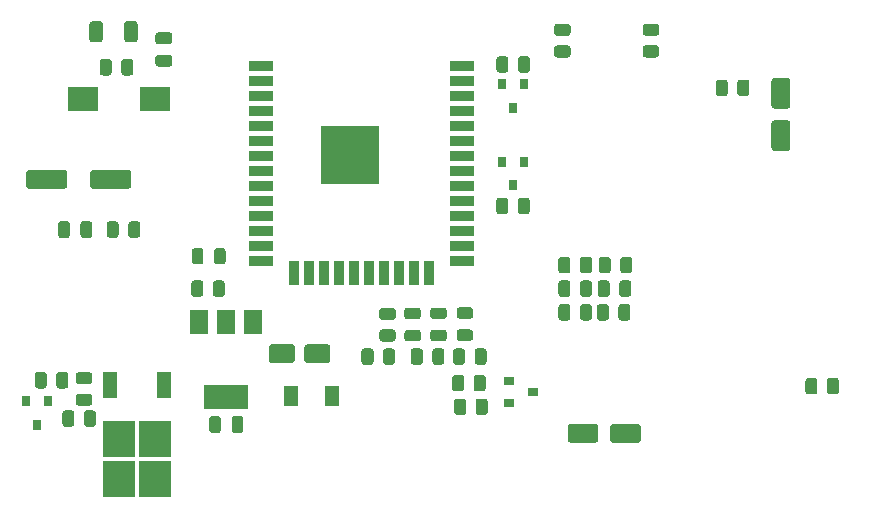
<source format=gbr>
%TF.GenerationSoftware,KiCad,Pcbnew,5.1.8-db9833491~87~ubuntu18.04.1*%
%TF.CreationDate,2020-11-20T12:07:17+01:00*%
%TF.ProjectId,esp32_gateway,65737033-325f-4676-9174-657761792e6b,rev?*%
%TF.SameCoordinates,Original*%
%TF.FileFunction,Paste,Top*%
%TF.FilePolarity,Positive*%
%FSLAX46Y46*%
G04 Gerber Fmt 4.6, Leading zero omitted, Abs format (unit mm)*
G04 Created by KiCad (PCBNEW 5.1.8-db9833491~87~ubuntu18.04.1) date 2020-11-20 12:07:17*
%MOMM*%
%LPD*%
G01*
G04 APERTURE LIST*
%ADD10R,2.750000X3.050000*%
%ADD11R,1.200000X2.200000*%
%ADD12R,0.800000X0.900000*%
%ADD13R,2.000000X0.900000*%
%ADD14R,0.900000X2.000000*%
%ADD15R,5.000000X5.000000*%
%ADD16R,1.500000X2.000000*%
%ADD17R,3.800000X2.000000*%
%ADD18R,2.500000X2.000000*%
%ADD19R,0.900000X0.800000*%
%ADD20R,1.300000X1.700000*%
G04 APERTURE END LIST*
%TO.C,C8*%
G36*
G01*
X84900000Y-73400001D02*
X84900000Y-72099999D01*
G75*
G02*
X85149999Y-71850000I249999J0D01*
G01*
X85800001Y-71850000D01*
G75*
G02*
X86050000Y-72099999I0J-249999D01*
G01*
X86050000Y-73400001D01*
G75*
G02*
X85800001Y-73650000I-249999J0D01*
G01*
X85149999Y-73650000D01*
G75*
G02*
X84900000Y-73400001I0J249999D01*
G01*
G37*
G36*
G01*
X81950000Y-73400001D02*
X81950000Y-72099999D01*
G75*
G02*
X82199999Y-71850000I249999J0D01*
G01*
X82850001Y-71850000D01*
G75*
G02*
X83100000Y-72099999I0J-249999D01*
G01*
X83100000Y-73400001D01*
G75*
G02*
X82850001Y-73650000I-249999J0D01*
G01*
X82199999Y-73650000D01*
G75*
G02*
X81950000Y-73400001I0J249999D01*
G01*
G37*
%TD*%
%TO.C,R24*%
G36*
G01*
X78350000Y-101799998D02*
X78350000Y-102700002D01*
G75*
G02*
X78100002Y-102950000I-249998J0D01*
G01*
X77574998Y-102950000D01*
G75*
G02*
X77325000Y-102700002I0J249998D01*
G01*
X77325000Y-101799998D01*
G75*
G02*
X77574998Y-101550000I249998J0D01*
G01*
X78100002Y-101550000D01*
G75*
G02*
X78350000Y-101799998I0J-249998D01*
G01*
G37*
G36*
G01*
X80175000Y-101799998D02*
X80175000Y-102700002D01*
G75*
G02*
X79925002Y-102950000I-249998J0D01*
G01*
X79399998Y-102950000D01*
G75*
G02*
X79150000Y-102700002I0J249998D01*
G01*
X79150000Y-101799998D01*
G75*
G02*
X79399998Y-101550000I249998J0D01*
G01*
X79925002Y-101550000D01*
G75*
G02*
X80175000Y-101799998I0J-249998D01*
G01*
G37*
%TD*%
%TO.C,C2*%
G36*
G01*
X82000000Y-85800000D02*
X82000000Y-84700000D01*
G75*
G02*
X82250000Y-84450000I250000J0D01*
G01*
X85250000Y-84450000D01*
G75*
G02*
X85500000Y-84700000I0J-250000D01*
G01*
X85500000Y-85800000D01*
G75*
G02*
X85250000Y-86050000I-250000J0D01*
G01*
X82250000Y-86050000D01*
G75*
G02*
X82000000Y-85800000I0J250000D01*
G01*
G37*
G36*
G01*
X76600000Y-85800000D02*
X76600000Y-84700000D01*
G75*
G02*
X76850000Y-84450000I250000J0D01*
G01*
X79850000Y-84450000D01*
G75*
G02*
X80100000Y-84700000I0J-250000D01*
G01*
X80100000Y-85800000D01*
G75*
G02*
X79850000Y-86050000I-250000J0D01*
G01*
X76850000Y-86050000D01*
G75*
G02*
X76600000Y-85800000I0J250000D01*
G01*
G37*
%TD*%
%TO.C,R23*%
G36*
G01*
X81487500Y-105950002D02*
X81487500Y-105049998D01*
G75*
G02*
X81737498Y-104800000I249998J0D01*
G01*
X82262502Y-104800000D01*
G75*
G02*
X82512500Y-105049998I0J-249998D01*
G01*
X82512500Y-105950002D01*
G75*
G02*
X82262502Y-106200000I-249998J0D01*
G01*
X81737498Y-106200000D01*
G75*
G02*
X81487500Y-105950002I0J249998D01*
G01*
G37*
G36*
G01*
X79662500Y-105950002D02*
X79662500Y-105049998D01*
G75*
G02*
X79912498Y-104800000I249998J0D01*
G01*
X80437502Y-104800000D01*
G75*
G02*
X80687500Y-105049998I0J-249998D01*
G01*
X80687500Y-105950002D01*
G75*
G02*
X80437502Y-106200000I-249998J0D01*
G01*
X79912498Y-106200000D01*
G75*
G02*
X79662500Y-105950002I0J249998D01*
G01*
G37*
%TD*%
%TO.C,C7*%
G36*
G01*
X88725000Y-73800000D02*
X87775000Y-73800000D01*
G75*
G02*
X87525000Y-73550000I0J250000D01*
G01*
X87525000Y-73050000D01*
G75*
G02*
X87775000Y-72800000I250000J0D01*
G01*
X88725000Y-72800000D01*
G75*
G02*
X88975000Y-73050000I0J-250000D01*
G01*
X88975000Y-73550000D01*
G75*
G02*
X88725000Y-73800000I-250000J0D01*
G01*
G37*
G36*
G01*
X88725000Y-75700000D02*
X87775000Y-75700000D01*
G75*
G02*
X87525000Y-75450000I0J250000D01*
G01*
X87525000Y-74950000D01*
G75*
G02*
X87775000Y-74700000I250000J0D01*
G01*
X88725000Y-74700000D01*
G75*
G02*
X88975000Y-74950000I0J-250000D01*
G01*
X88975000Y-75450000D01*
G75*
G02*
X88725000Y-75700000I-250000J0D01*
G01*
G37*
%TD*%
%TO.C,R22*%
G36*
G01*
X85237500Y-89950002D02*
X85237500Y-89049998D01*
G75*
G02*
X85487498Y-88800000I249998J0D01*
G01*
X86012502Y-88800000D01*
G75*
G02*
X86262500Y-89049998I0J-249998D01*
G01*
X86262500Y-89950002D01*
G75*
G02*
X86012502Y-90200000I-249998J0D01*
G01*
X85487498Y-90200000D01*
G75*
G02*
X85237500Y-89950002I0J249998D01*
G01*
G37*
G36*
G01*
X83412500Y-89950002D02*
X83412500Y-89049998D01*
G75*
G02*
X83662498Y-88800000I249998J0D01*
G01*
X84187502Y-88800000D01*
G75*
G02*
X84437500Y-89049998I0J-249998D01*
G01*
X84437500Y-89950002D01*
G75*
G02*
X84187502Y-90200000I-249998J0D01*
G01*
X83662498Y-90200000D01*
G75*
G02*
X83412500Y-89950002I0J249998D01*
G01*
G37*
%TD*%
D10*
%TO.C,Q1*%
X84475000Y-107250000D03*
X87525000Y-110600000D03*
X87525000Y-107250000D03*
X84475000Y-110600000D03*
D11*
X83720000Y-102625000D03*
X88280000Y-102625000D03*
%TD*%
D12*
%TO.C,Q5*%
X117815360Y-85750000D03*
X116865360Y-83750000D03*
X118765360Y-83750000D03*
%TD*%
%TO.C,Q4*%
X117815360Y-79201520D03*
X116865360Y-77201520D03*
X118765360Y-77201520D03*
%TD*%
D13*
%TO.C,U2*%
X113500000Y-75670000D03*
X113500000Y-76940000D03*
X113500000Y-78210000D03*
X113500000Y-79480000D03*
X113500000Y-80750000D03*
X113500000Y-82020000D03*
X113500000Y-83290000D03*
X113500000Y-84560000D03*
X113500000Y-85830000D03*
X113500000Y-87100000D03*
X113500000Y-88370000D03*
X113500000Y-89640000D03*
X113500000Y-90910000D03*
X113500000Y-92180000D03*
D14*
X110715000Y-93180000D03*
X109445000Y-93180000D03*
X108175000Y-93180000D03*
X106905000Y-93180000D03*
X105635000Y-93180000D03*
X104365000Y-93180000D03*
X103095000Y-93180000D03*
X101825000Y-93180000D03*
X100555000Y-93180000D03*
X99285000Y-93180000D03*
D13*
X96500000Y-92180000D03*
X96500000Y-90910000D03*
X96500000Y-89640000D03*
X96500000Y-88370000D03*
X96500000Y-87100000D03*
X96500000Y-85830000D03*
X96500000Y-84560000D03*
X96500000Y-83290000D03*
X96500000Y-82020000D03*
X96500000Y-80750000D03*
X96500000Y-79480000D03*
X96500000Y-78210000D03*
X96500000Y-76940000D03*
X96500000Y-75670000D03*
D15*
X104000000Y-83170000D03*
%TD*%
D16*
%TO.C,U1*%
X95800000Y-97350000D03*
X91200000Y-97350000D03*
X93500000Y-97350000D03*
D17*
X93500000Y-103650000D03*
%TD*%
D18*
%TO.C,SW1*%
X81388080Y-78399640D03*
X87548080Y-78399640D03*
%TD*%
%TO.C,R21*%
G36*
G01*
X129049998Y-73900000D02*
X129950002Y-73900000D01*
G75*
G02*
X130200000Y-74149998I0J-249998D01*
G01*
X130200000Y-74675002D01*
G75*
G02*
X129950002Y-74925000I-249998J0D01*
G01*
X129049998Y-74925000D01*
G75*
G02*
X128800000Y-74675002I0J249998D01*
G01*
X128800000Y-74149998D01*
G75*
G02*
X129049998Y-73900000I249998J0D01*
G01*
G37*
G36*
G01*
X129049998Y-72075000D02*
X129950002Y-72075000D01*
G75*
G02*
X130200000Y-72324998I0J-249998D01*
G01*
X130200000Y-72850002D01*
G75*
G02*
X129950002Y-73100000I-249998J0D01*
G01*
X129049998Y-73100000D01*
G75*
G02*
X128800000Y-72850002I0J249998D01*
G01*
X128800000Y-72324998D01*
G75*
G02*
X129049998Y-72075000I249998J0D01*
G01*
G37*
%TD*%
%TO.C,R20*%
G36*
G01*
X121549998Y-73900000D02*
X122450002Y-73900000D01*
G75*
G02*
X122700000Y-74149998I0J-249998D01*
G01*
X122700000Y-74675002D01*
G75*
G02*
X122450002Y-74925000I-249998J0D01*
G01*
X121549998Y-74925000D01*
G75*
G02*
X121300000Y-74675002I0J249998D01*
G01*
X121300000Y-74149998D01*
G75*
G02*
X121549998Y-73900000I249998J0D01*
G01*
G37*
G36*
G01*
X121549998Y-72075000D02*
X122450002Y-72075000D01*
G75*
G02*
X122700000Y-72324998I0J-249998D01*
G01*
X122700000Y-72850002D01*
G75*
G02*
X122450002Y-73100000I-249998J0D01*
G01*
X121549998Y-73100000D01*
G75*
G02*
X121300000Y-72850002I0J249998D01*
G01*
X121300000Y-72324998D01*
G75*
G02*
X121549998Y-72075000I249998J0D01*
G01*
G37*
%TD*%
%TO.C,R19*%
G36*
G01*
X117418540Y-87049998D02*
X117418540Y-87950002D01*
G75*
G02*
X117168542Y-88200000I-249998J0D01*
G01*
X116643538Y-88200000D01*
G75*
G02*
X116393540Y-87950002I0J249998D01*
G01*
X116393540Y-87049998D01*
G75*
G02*
X116643538Y-86800000I249998J0D01*
G01*
X117168542Y-86800000D01*
G75*
G02*
X117418540Y-87049998I0J-249998D01*
G01*
G37*
G36*
G01*
X119243540Y-87049998D02*
X119243540Y-87950002D01*
G75*
G02*
X118993542Y-88200000I-249998J0D01*
G01*
X118468538Y-88200000D01*
G75*
G02*
X118218540Y-87950002I0J249998D01*
G01*
X118218540Y-87049998D01*
G75*
G02*
X118468538Y-86800000I249998J0D01*
G01*
X118993542Y-86800000D01*
G75*
G02*
X119243540Y-87049998I0J-249998D01*
G01*
G37*
%TD*%
%TO.C,R18*%
G36*
G01*
X143600000Y-102299998D02*
X143600000Y-103200002D01*
G75*
G02*
X143350002Y-103450000I-249998J0D01*
G01*
X142824998Y-103450000D01*
G75*
G02*
X142575000Y-103200002I0J249998D01*
G01*
X142575000Y-102299998D01*
G75*
G02*
X142824998Y-102050000I249998J0D01*
G01*
X143350002Y-102050000D01*
G75*
G02*
X143600000Y-102299998I0J-249998D01*
G01*
G37*
G36*
G01*
X145425000Y-102299998D02*
X145425000Y-103200002D01*
G75*
G02*
X145175002Y-103450000I-249998J0D01*
G01*
X144649998Y-103450000D01*
G75*
G02*
X144400000Y-103200002I0J249998D01*
G01*
X144400000Y-102299998D01*
G75*
G02*
X144649998Y-102050000I249998J0D01*
G01*
X145175002Y-102050000D01*
G75*
G02*
X145425000Y-102299998I0J-249998D01*
G01*
G37*
%TD*%
%TO.C,R17*%
G36*
G01*
X117432500Y-75064198D02*
X117432500Y-75964202D01*
G75*
G02*
X117182502Y-76214200I-249998J0D01*
G01*
X116657498Y-76214200D01*
G75*
G02*
X116407500Y-75964202I0J249998D01*
G01*
X116407500Y-75064198D01*
G75*
G02*
X116657498Y-74814200I249998J0D01*
G01*
X117182502Y-74814200D01*
G75*
G02*
X117432500Y-75064198I0J-249998D01*
G01*
G37*
G36*
G01*
X119257500Y-75064198D02*
X119257500Y-75964202D01*
G75*
G02*
X119007502Y-76214200I-249998J0D01*
G01*
X118482498Y-76214200D01*
G75*
G02*
X118232500Y-75964202I0J249998D01*
G01*
X118232500Y-75064198D01*
G75*
G02*
X118482498Y-74814200I249998J0D01*
G01*
X119007502Y-74814200D01*
G75*
G02*
X119257500Y-75064198I0J-249998D01*
G01*
G37*
%TD*%
%TO.C,R16*%
G36*
G01*
X114562500Y-100700002D02*
X114562500Y-99799998D01*
G75*
G02*
X114812498Y-99550000I249998J0D01*
G01*
X115337502Y-99550000D01*
G75*
G02*
X115587500Y-99799998I0J-249998D01*
G01*
X115587500Y-100700002D01*
G75*
G02*
X115337502Y-100950000I-249998J0D01*
G01*
X114812498Y-100950000D01*
G75*
G02*
X114562500Y-100700002I0J249998D01*
G01*
G37*
G36*
G01*
X112737500Y-100700002D02*
X112737500Y-99799998D01*
G75*
G02*
X112987498Y-99550000I249998J0D01*
G01*
X113512502Y-99550000D01*
G75*
G02*
X113762500Y-99799998I0J-249998D01*
G01*
X113762500Y-100700002D01*
G75*
G02*
X113512502Y-100950000I-249998J0D01*
G01*
X112987498Y-100950000D01*
G75*
G02*
X112737500Y-100700002I0J249998D01*
G01*
G37*
%TD*%
%TO.C,R15*%
G36*
G01*
X110187500Y-99799998D02*
X110187500Y-100700002D01*
G75*
G02*
X109937502Y-100950000I-249998J0D01*
G01*
X109412498Y-100950000D01*
G75*
G02*
X109162500Y-100700002I0J249998D01*
G01*
X109162500Y-99799998D01*
G75*
G02*
X109412498Y-99550000I249998J0D01*
G01*
X109937502Y-99550000D01*
G75*
G02*
X110187500Y-99799998I0J-249998D01*
G01*
G37*
G36*
G01*
X112012500Y-99799998D02*
X112012500Y-100700002D01*
G75*
G02*
X111762502Y-100950000I-249998J0D01*
G01*
X111237498Y-100950000D01*
G75*
G02*
X110987500Y-100700002I0J249998D01*
G01*
X110987500Y-99799998D01*
G75*
G02*
X111237498Y-99550000I249998J0D01*
G01*
X111762502Y-99550000D01*
G75*
G02*
X112012500Y-99799998I0J-249998D01*
G01*
G37*
%TD*%
%TO.C,R14*%
G36*
G01*
X107643082Y-97148060D02*
X106743078Y-97148060D01*
G75*
G02*
X106493080Y-96898062I0J249998D01*
G01*
X106493080Y-96373058D01*
G75*
G02*
X106743078Y-96123060I249998J0D01*
G01*
X107643082Y-96123060D01*
G75*
G02*
X107893080Y-96373058I0J-249998D01*
G01*
X107893080Y-96898062D01*
G75*
G02*
X107643082Y-97148060I-249998J0D01*
G01*
G37*
G36*
G01*
X107643082Y-98973060D02*
X106743078Y-98973060D01*
G75*
G02*
X106493080Y-98723062I0J249998D01*
G01*
X106493080Y-98198058D01*
G75*
G02*
X106743078Y-97948060I249998J0D01*
G01*
X107643082Y-97948060D01*
G75*
G02*
X107893080Y-98198058I0J-249998D01*
G01*
X107893080Y-98723062D01*
G75*
G02*
X107643082Y-98973060I-249998J0D01*
G01*
G37*
%TD*%
%TO.C,R13*%
G36*
G01*
X84650000Y-76200002D02*
X84650000Y-75299998D01*
G75*
G02*
X84899998Y-75050000I249998J0D01*
G01*
X85425002Y-75050000D01*
G75*
G02*
X85675000Y-75299998I0J-249998D01*
G01*
X85675000Y-76200002D01*
G75*
G02*
X85425002Y-76450000I-249998J0D01*
G01*
X84899998Y-76450000D01*
G75*
G02*
X84650000Y-76200002I0J249998D01*
G01*
G37*
G36*
G01*
X82825000Y-76200002D02*
X82825000Y-75299998D01*
G75*
G02*
X83074998Y-75050000I249998J0D01*
G01*
X83600002Y-75050000D01*
G75*
G02*
X83850000Y-75299998I0J-249998D01*
G01*
X83850000Y-76200002D01*
G75*
G02*
X83600002Y-76450000I-249998J0D01*
G01*
X83074998Y-76450000D01*
G75*
G02*
X82825000Y-76200002I0J249998D01*
G01*
G37*
%TD*%
%TO.C,R12*%
G36*
G01*
X122687500Y-94049998D02*
X122687500Y-94950002D01*
G75*
G02*
X122437502Y-95200000I-249998J0D01*
G01*
X121912498Y-95200000D01*
G75*
G02*
X121662500Y-94950002I0J249998D01*
G01*
X121662500Y-94049998D01*
G75*
G02*
X121912498Y-93800000I249998J0D01*
G01*
X122437502Y-93800000D01*
G75*
G02*
X122687500Y-94049998I0J-249998D01*
G01*
G37*
G36*
G01*
X124512500Y-94049998D02*
X124512500Y-94950002D01*
G75*
G02*
X124262502Y-95200000I-249998J0D01*
G01*
X123737498Y-95200000D01*
G75*
G02*
X123487500Y-94950002I0J249998D01*
G01*
X123487500Y-94049998D01*
G75*
G02*
X123737498Y-93800000I249998J0D01*
G01*
X124262502Y-93800000D01*
G75*
G02*
X124512500Y-94049998I0J-249998D01*
G01*
G37*
%TD*%
%TO.C,R11*%
G36*
G01*
X122687500Y-96049998D02*
X122687500Y-96950002D01*
G75*
G02*
X122437502Y-97200000I-249998J0D01*
G01*
X121912498Y-97200000D01*
G75*
G02*
X121662500Y-96950002I0J249998D01*
G01*
X121662500Y-96049998D01*
G75*
G02*
X121912498Y-95800000I249998J0D01*
G01*
X122437502Y-95800000D01*
G75*
G02*
X122687500Y-96049998I0J-249998D01*
G01*
G37*
G36*
G01*
X124512500Y-96049998D02*
X124512500Y-96950002D01*
G75*
G02*
X124262502Y-97200000I-249998J0D01*
G01*
X123737498Y-97200000D01*
G75*
G02*
X123487500Y-96950002I0J249998D01*
G01*
X123487500Y-96049998D01*
G75*
G02*
X123737498Y-95800000I249998J0D01*
G01*
X124262502Y-95800000D01*
G75*
G02*
X124512500Y-96049998I0J-249998D01*
G01*
G37*
%TD*%
%TO.C,R10*%
G36*
G01*
X126900000Y-92950002D02*
X126900000Y-92049998D01*
G75*
G02*
X127149998Y-91800000I249998J0D01*
G01*
X127675002Y-91800000D01*
G75*
G02*
X127925000Y-92049998I0J-249998D01*
G01*
X127925000Y-92950002D01*
G75*
G02*
X127675002Y-93200000I-249998J0D01*
G01*
X127149998Y-93200000D01*
G75*
G02*
X126900000Y-92950002I0J249998D01*
G01*
G37*
G36*
G01*
X125075000Y-92950002D02*
X125075000Y-92049998D01*
G75*
G02*
X125324998Y-91800000I249998J0D01*
G01*
X125850002Y-91800000D01*
G75*
G02*
X126100000Y-92049998I0J-249998D01*
G01*
X126100000Y-92950002D01*
G75*
G02*
X125850002Y-93200000I-249998J0D01*
G01*
X125324998Y-93200000D01*
G75*
G02*
X125075000Y-92950002I0J249998D01*
G01*
G37*
%TD*%
%TO.C,R9*%
G36*
G01*
X114487500Y-102950002D02*
X114487500Y-102049998D01*
G75*
G02*
X114737498Y-101800000I249998J0D01*
G01*
X115262502Y-101800000D01*
G75*
G02*
X115512500Y-102049998I0J-249998D01*
G01*
X115512500Y-102950002D01*
G75*
G02*
X115262502Y-103200000I-249998J0D01*
G01*
X114737498Y-103200000D01*
G75*
G02*
X114487500Y-102950002I0J249998D01*
G01*
G37*
G36*
G01*
X112662500Y-102950002D02*
X112662500Y-102049998D01*
G75*
G02*
X112912498Y-101800000I249998J0D01*
G01*
X113437502Y-101800000D01*
G75*
G02*
X113687500Y-102049998I0J-249998D01*
G01*
X113687500Y-102950002D01*
G75*
G02*
X113437502Y-103200000I-249998J0D01*
G01*
X112912498Y-103200000D01*
G75*
G02*
X112662500Y-102950002I0J249998D01*
G01*
G37*
%TD*%
%TO.C,R8*%
G36*
G01*
X106812500Y-100700002D02*
X106812500Y-99799998D01*
G75*
G02*
X107062498Y-99550000I249998J0D01*
G01*
X107587502Y-99550000D01*
G75*
G02*
X107837500Y-99799998I0J-249998D01*
G01*
X107837500Y-100700002D01*
G75*
G02*
X107587502Y-100950000I-249998J0D01*
G01*
X107062498Y-100950000D01*
G75*
G02*
X106812500Y-100700002I0J249998D01*
G01*
G37*
G36*
G01*
X104987500Y-100700002D02*
X104987500Y-99799998D01*
G75*
G02*
X105237498Y-99550000I249998J0D01*
G01*
X105762502Y-99550000D01*
G75*
G02*
X106012500Y-99799998I0J-249998D01*
G01*
X106012500Y-100700002D01*
G75*
G02*
X105762502Y-100950000I-249998J0D01*
G01*
X105237498Y-100950000D01*
G75*
G02*
X104987500Y-100700002I0J249998D01*
G01*
G37*
%TD*%
%TO.C,R7*%
G36*
G01*
X113850000Y-104049998D02*
X113850000Y-104950002D01*
G75*
G02*
X113600002Y-105200000I-249998J0D01*
G01*
X113074998Y-105200000D01*
G75*
G02*
X112825000Y-104950002I0J249998D01*
G01*
X112825000Y-104049998D01*
G75*
G02*
X113074998Y-103800000I249998J0D01*
G01*
X113600002Y-103800000D01*
G75*
G02*
X113850000Y-104049998I0J-249998D01*
G01*
G37*
G36*
G01*
X115675000Y-104049998D02*
X115675000Y-104950002D01*
G75*
G02*
X115425002Y-105200000I-249998J0D01*
G01*
X114899998Y-105200000D01*
G75*
G02*
X114650000Y-104950002I0J249998D01*
G01*
X114650000Y-104049998D01*
G75*
G02*
X114899998Y-103800000I249998J0D01*
G01*
X115425002Y-103800000D01*
G75*
G02*
X115675000Y-104049998I0J-249998D01*
G01*
G37*
%TD*%
%TO.C,R6*%
G36*
G01*
X136812500Y-77950002D02*
X136812500Y-77049998D01*
G75*
G02*
X137062498Y-76800000I249998J0D01*
G01*
X137587502Y-76800000D01*
G75*
G02*
X137837500Y-77049998I0J-249998D01*
G01*
X137837500Y-77950002D01*
G75*
G02*
X137587502Y-78200000I-249998J0D01*
G01*
X137062498Y-78200000D01*
G75*
G02*
X136812500Y-77950002I0J249998D01*
G01*
G37*
G36*
G01*
X134987500Y-77950002D02*
X134987500Y-77049998D01*
G75*
G02*
X135237498Y-76800000I249998J0D01*
G01*
X135762502Y-76800000D01*
G75*
G02*
X136012500Y-77049998I0J-249998D01*
G01*
X136012500Y-77950002D01*
G75*
G02*
X135762502Y-78200000I-249998J0D01*
G01*
X135237498Y-78200000D01*
G75*
G02*
X134987500Y-77950002I0J249998D01*
G01*
G37*
%TD*%
%TO.C,R5*%
G36*
G01*
X91600000Y-94049998D02*
X91600000Y-94950002D01*
G75*
G02*
X91350002Y-95200000I-249998J0D01*
G01*
X90824998Y-95200000D01*
G75*
G02*
X90575000Y-94950002I0J249998D01*
G01*
X90575000Y-94049998D01*
G75*
G02*
X90824998Y-93800000I249998J0D01*
G01*
X91350002Y-93800000D01*
G75*
G02*
X91600000Y-94049998I0J-249998D01*
G01*
G37*
G36*
G01*
X93425000Y-94049998D02*
X93425000Y-94950002D01*
G75*
G02*
X93175002Y-95200000I-249998J0D01*
G01*
X92649998Y-95200000D01*
G75*
G02*
X92400000Y-94950002I0J249998D01*
G01*
X92400000Y-94049998D01*
G75*
G02*
X92649998Y-93800000I249998J0D01*
G01*
X93175002Y-93800000D01*
G75*
G02*
X93425000Y-94049998I0J-249998D01*
G01*
G37*
%TD*%
%TO.C,R4*%
G36*
G01*
X123487500Y-92950002D02*
X123487500Y-92049998D01*
G75*
G02*
X123737498Y-91800000I249998J0D01*
G01*
X124262502Y-91800000D01*
G75*
G02*
X124512500Y-92049998I0J-249998D01*
G01*
X124512500Y-92950002D01*
G75*
G02*
X124262502Y-93200000I-249998J0D01*
G01*
X123737498Y-93200000D01*
G75*
G02*
X123487500Y-92950002I0J249998D01*
G01*
G37*
G36*
G01*
X121662500Y-92950002D02*
X121662500Y-92049998D01*
G75*
G02*
X121912498Y-91800000I249998J0D01*
G01*
X122437502Y-91800000D01*
G75*
G02*
X122687500Y-92049998I0J-249998D01*
G01*
X122687500Y-92950002D01*
G75*
G02*
X122437502Y-93200000I-249998J0D01*
G01*
X121912498Y-93200000D01*
G75*
G02*
X121662500Y-92950002I0J249998D01*
G01*
G37*
%TD*%
%TO.C,R3*%
G36*
G01*
X126012500Y-94049998D02*
X126012500Y-94950002D01*
G75*
G02*
X125762502Y-95200000I-249998J0D01*
G01*
X125237498Y-95200000D01*
G75*
G02*
X124987500Y-94950002I0J249998D01*
G01*
X124987500Y-94049998D01*
G75*
G02*
X125237498Y-93800000I249998J0D01*
G01*
X125762502Y-93800000D01*
G75*
G02*
X126012500Y-94049998I0J-249998D01*
G01*
G37*
G36*
G01*
X127837500Y-94049998D02*
X127837500Y-94950002D01*
G75*
G02*
X127587502Y-95200000I-249998J0D01*
G01*
X127062498Y-95200000D01*
G75*
G02*
X126812500Y-94950002I0J249998D01*
G01*
X126812500Y-94049998D01*
G75*
G02*
X127062498Y-93800000I249998J0D01*
G01*
X127587502Y-93800000D01*
G75*
G02*
X127837500Y-94049998I0J-249998D01*
G01*
G37*
%TD*%
%TO.C,R2*%
G36*
G01*
X125937500Y-96049998D02*
X125937500Y-96950002D01*
G75*
G02*
X125687502Y-97200000I-249998J0D01*
G01*
X125162498Y-97200000D01*
G75*
G02*
X124912500Y-96950002I0J249998D01*
G01*
X124912500Y-96049998D01*
G75*
G02*
X125162498Y-95800000I249998J0D01*
G01*
X125687502Y-95800000D01*
G75*
G02*
X125937500Y-96049998I0J-249998D01*
G01*
G37*
G36*
G01*
X127762500Y-96049998D02*
X127762500Y-96950002D01*
G75*
G02*
X127512502Y-97200000I-249998J0D01*
G01*
X126987498Y-97200000D01*
G75*
G02*
X126737500Y-96950002I0J249998D01*
G01*
X126737500Y-96049998D01*
G75*
G02*
X126987498Y-95800000I249998J0D01*
G01*
X127512502Y-95800000D01*
G75*
G02*
X127762500Y-96049998I0J-249998D01*
G01*
G37*
%TD*%
%TO.C,R1*%
G36*
G01*
X81049998Y-103400000D02*
X81950002Y-103400000D01*
G75*
G02*
X82200000Y-103649998I0J-249998D01*
G01*
X82200000Y-104175002D01*
G75*
G02*
X81950002Y-104425000I-249998J0D01*
G01*
X81049998Y-104425000D01*
G75*
G02*
X80800000Y-104175002I0J249998D01*
G01*
X80800000Y-103649998D01*
G75*
G02*
X81049998Y-103400000I249998J0D01*
G01*
G37*
G36*
G01*
X81049998Y-101575000D02*
X81950002Y-101575000D01*
G75*
G02*
X82200000Y-101824998I0J-249998D01*
G01*
X82200000Y-102350002D01*
G75*
G02*
X81950002Y-102600000I-249998J0D01*
G01*
X81049998Y-102600000D01*
G75*
G02*
X80800000Y-102350002I0J249998D01*
G01*
X80800000Y-101824998D01*
G75*
G02*
X81049998Y-101575000I249998J0D01*
G01*
G37*
%TD*%
D19*
%TO.C,Q3*%
X119500000Y-103250000D03*
X117500000Y-104200000D03*
X117500000Y-102300000D03*
%TD*%
D12*
%TO.C,Q2*%
X77500000Y-106000000D03*
X76550000Y-104000000D03*
X78450000Y-104000000D03*
%TD*%
%TO.C,D11*%
G36*
G01*
X113293750Y-97950000D02*
X114206250Y-97950000D01*
G75*
G02*
X114450000Y-98193750I0J-243750D01*
G01*
X114450000Y-98681250D01*
G75*
G02*
X114206250Y-98925000I-243750J0D01*
G01*
X113293750Y-98925000D01*
G75*
G02*
X113050000Y-98681250I0J243750D01*
G01*
X113050000Y-98193750D01*
G75*
G02*
X113293750Y-97950000I243750J0D01*
G01*
G37*
G36*
G01*
X113293750Y-96075000D02*
X114206250Y-96075000D01*
G75*
G02*
X114450000Y-96318750I0J-243750D01*
G01*
X114450000Y-96806250D01*
G75*
G02*
X114206250Y-97050000I-243750J0D01*
G01*
X113293750Y-97050000D01*
G75*
G02*
X113050000Y-96806250I0J243750D01*
G01*
X113050000Y-96318750D01*
G75*
G02*
X113293750Y-96075000I243750J0D01*
G01*
G37*
%TD*%
%TO.C,D10*%
G36*
G01*
X111059910Y-97973060D02*
X111972410Y-97973060D01*
G75*
G02*
X112216160Y-98216810I0J-243750D01*
G01*
X112216160Y-98704310D01*
G75*
G02*
X111972410Y-98948060I-243750J0D01*
G01*
X111059910Y-98948060D01*
G75*
G02*
X110816160Y-98704310I0J243750D01*
G01*
X110816160Y-98216810D01*
G75*
G02*
X111059910Y-97973060I243750J0D01*
G01*
G37*
G36*
G01*
X111059910Y-96098060D02*
X111972410Y-96098060D01*
G75*
G02*
X112216160Y-96341810I0J-243750D01*
G01*
X112216160Y-96829310D01*
G75*
G02*
X111972410Y-97073060I-243750J0D01*
G01*
X111059910Y-97073060D01*
G75*
G02*
X110816160Y-96829310I0J243750D01*
G01*
X110816160Y-96341810D01*
G75*
G02*
X111059910Y-96098060I243750J0D01*
G01*
G37*
%TD*%
%TO.C,D9*%
G36*
G01*
X108870430Y-97988300D02*
X109782930Y-97988300D01*
G75*
G02*
X110026680Y-98232050I0J-243750D01*
G01*
X110026680Y-98719550D01*
G75*
G02*
X109782930Y-98963300I-243750J0D01*
G01*
X108870430Y-98963300D01*
G75*
G02*
X108626680Y-98719550I0J243750D01*
G01*
X108626680Y-98232050D01*
G75*
G02*
X108870430Y-97988300I243750J0D01*
G01*
G37*
G36*
G01*
X108870430Y-96113300D02*
X109782930Y-96113300D01*
G75*
G02*
X110026680Y-96357050I0J-243750D01*
G01*
X110026680Y-96844550D01*
G75*
G02*
X109782930Y-97088300I-243750J0D01*
G01*
X108870430Y-97088300D01*
G75*
G02*
X108626680Y-96844550I0J243750D01*
G01*
X108626680Y-96357050D01*
G75*
G02*
X108870430Y-96113300I243750J0D01*
G01*
G37*
%TD*%
%TO.C,D2*%
G36*
G01*
X90637500Y-92206250D02*
X90637500Y-91293750D01*
G75*
G02*
X90881250Y-91050000I243750J0D01*
G01*
X91368750Y-91050000D01*
G75*
G02*
X91612500Y-91293750I0J-243750D01*
G01*
X91612500Y-92206250D01*
G75*
G02*
X91368750Y-92450000I-243750J0D01*
G01*
X90881250Y-92450000D01*
G75*
G02*
X90637500Y-92206250I0J243750D01*
G01*
G37*
G36*
G01*
X92512500Y-92206250D02*
X92512500Y-91293750D01*
G75*
G02*
X92756250Y-91050000I243750J0D01*
G01*
X93243750Y-91050000D01*
G75*
G02*
X93487500Y-91293750I0J-243750D01*
G01*
X93487500Y-92206250D01*
G75*
G02*
X93243750Y-92450000I-243750J0D01*
G01*
X92756250Y-92450000D01*
G75*
G02*
X92512500Y-92206250I0J243750D01*
G01*
G37*
%TD*%
D20*
%TO.C,D1*%
X99000000Y-103545640D03*
X102500000Y-103545640D03*
%TD*%
%TO.C,C6*%
G36*
G01*
X126050000Y-107300000D02*
X126050000Y-106200000D01*
G75*
G02*
X126300000Y-105950000I250000J0D01*
G01*
X128400000Y-105950000D01*
G75*
G02*
X128650000Y-106200000I0J-250000D01*
G01*
X128650000Y-107300000D01*
G75*
G02*
X128400000Y-107550000I-250000J0D01*
G01*
X126300000Y-107550000D01*
G75*
G02*
X126050000Y-107300000I0J250000D01*
G01*
G37*
G36*
G01*
X122450000Y-107300000D02*
X122450000Y-106200000D01*
G75*
G02*
X122700000Y-105950000I250000J0D01*
G01*
X124800000Y-105950000D01*
G75*
G02*
X125050000Y-106200000I0J-250000D01*
G01*
X125050000Y-107300000D01*
G75*
G02*
X124800000Y-107550000I-250000J0D01*
G01*
X122700000Y-107550000D01*
G75*
G02*
X122450000Y-107300000I0J250000D01*
G01*
G37*
%TD*%
%TO.C,C5*%
G36*
G01*
X100150000Y-100550000D02*
X100150000Y-99450000D01*
G75*
G02*
X100400000Y-99200000I250000J0D01*
G01*
X102100000Y-99200000D01*
G75*
G02*
X102350000Y-99450000I0J-250000D01*
G01*
X102350000Y-100550000D01*
G75*
G02*
X102100000Y-100800000I-250000J0D01*
G01*
X100400000Y-100800000D01*
G75*
G02*
X100150000Y-100550000I0J250000D01*
G01*
G37*
G36*
G01*
X97150000Y-100550000D02*
X97150000Y-99450000D01*
G75*
G02*
X97400000Y-99200000I250000J0D01*
G01*
X99100000Y-99200000D01*
G75*
G02*
X99350000Y-99450000I0J-250000D01*
G01*
X99350000Y-100550000D01*
G75*
G02*
X99100000Y-100800000I-250000J0D01*
G01*
X97400000Y-100800000D01*
G75*
G02*
X97150000Y-100550000I0J250000D01*
G01*
G37*
%TD*%
%TO.C,C4*%
G36*
G01*
X93100000Y-105525000D02*
X93100000Y-106475000D01*
G75*
G02*
X92850000Y-106725000I-250000J0D01*
G01*
X92350000Y-106725000D01*
G75*
G02*
X92100000Y-106475000I0J250000D01*
G01*
X92100000Y-105525000D01*
G75*
G02*
X92350000Y-105275000I250000J0D01*
G01*
X92850000Y-105275000D01*
G75*
G02*
X93100000Y-105525000I0J-250000D01*
G01*
G37*
G36*
G01*
X95000000Y-105525000D02*
X95000000Y-106475000D01*
G75*
G02*
X94750000Y-106725000I-250000J0D01*
G01*
X94250000Y-106725000D01*
G75*
G02*
X94000000Y-106475000I0J250000D01*
G01*
X94000000Y-105525000D01*
G75*
G02*
X94250000Y-105275000I250000J0D01*
G01*
X94750000Y-105275000D01*
G75*
G02*
X95000000Y-105525000I0J-250000D01*
G01*
G37*
%TD*%
%TO.C,C3*%
G36*
G01*
X141050000Y-79250000D02*
X139950000Y-79250000D01*
G75*
G02*
X139700000Y-79000000I0J250000D01*
G01*
X139700000Y-76900000D01*
G75*
G02*
X139950000Y-76650000I250000J0D01*
G01*
X141050000Y-76650000D01*
G75*
G02*
X141300000Y-76900000I0J-250000D01*
G01*
X141300000Y-79000000D01*
G75*
G02*
X141050000Y-79250000I-250000J0D01*
G01*
G37*
G36*
G01*
X141050000Y-82850000D02*
X139950000Y-82850000D01*
G75*
G02*
X139700000Y-82600000I0J250000D01*
G01*
X139700000Y-80500000D01*
G75*
G02*
X139950000Y-80250000I250000J0D01*
G01*
X141050000Y-80250000D01*
G75*
G02*
X141300000Y-80500000I0J-250000D01*
G01*
X141300000Y-82600000D01*
G75*
G02*
X141050000Y-82850000I-250000J0D01*
G01*
G37*
%TD*%
%TO.C,C1*%
G36*
G01*
X81200000Y-89975000D02*
X81200000Y-89025000D01*
G75*
G02*
X81450000Y-88775000I250000J0D01*
G01*
X81950000Y-88775000D01*
G75*
G02*
X82200000Y-89025000I0J-250000D01*
G01*
X82200000Y-89975000D01*
G75*
G02*
X81950000Y-90225000I-250000J0D01*
G01*
X81450000Y-90225000D01*
G75*
G02*
X81200000Y-89975000I0J250000D01*
G01*
G37*
G36*
G01*
X79300000Y-89975000D02*
X79300000Y-89025000D01*
G75*
G02*
X79550000Y-88775000I250000J0D01*
G01*
X80050000Y-88775000D01*
G75*
G02*
X80300000Y-89025000I0J-250000D01*
G01*
X80300000Y-89975000D01*
G75*
G02*
X80050000Y-90225000I-250000J0D01*
G01*
X79550000Y-90225000D01*
G75*
G02*
X79300000Y-89975000I0J250000D01*
G01*
G37*
%TD*%
M02*

</source>
